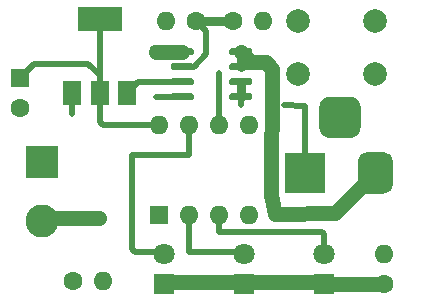
<source format=gbr>
G04 #@! TF.GenerationSoftware,KiCad,Pcbnew,(5.1.12-1-10_14)*
G04 #@! TF.CreationDate,2021-12-19T00:22:50-08:00*
G04 #@! TF.ProjectId,24h-timer-switch,3234682d-7469-46d6-9572-2d7377697463,1*
G04 #@! TF.SameCoordinates,Original*
G04 #@! TF.FileFunction,Copper,L1,Top*
G04 #@! TF.FilePolarity,Positive*
%FSLAX46Y46*%
G04 Gerber Fmt 4.6, Leading zero omitted, Abs format (unit mm)*
G04 Created by KiCad (PCBNEW (5.1.12-1-10_14)) date 2021-12-19 00:22:50*
%MOMM*%
%LPD*%
G01*
G04 APERTURE LIST*
G04 #@! TA.AperFunction,ComponentPad*
%ADD10O,1.600000X1.600000*%
G04 #@! TD*
G04 #@! TA.AperFunction,ComponentPad*
%ADD11C,1.600000*%
G04 #@! TD*
G04 #@! TA.AperFunction,SMDPad,CuDef*
%ADD12R,1.500000X2.000000*%
G04 #@! TD*
G04 #@! TA.AperFunction,SMDPad,CuDef*
%ADD13R,3.800000X2.000000*%
G04 #@! TD*
G04 #@! TA.AperFunction,ComponentPad*
%ADD14C,1.800000*%
G04 #@! TD*
G04 #@! TA.AperFunction,ComponentPad*
%ADD15R,1.800000X1.800000*%
G04 #@! TD*
G04 #@! TA.AperFunction,ComponentPad*
%ADD16C,2.800000*%
G04 #@! TD*
G04 #@! TA.AperFunction,ComponentPad*
%ADD17R,2.800000X2.800000*%
G04 #@! TD*
G04 #@! TA.AperFunction,ComponentPad*
%ADD18R,1.600000X1.600000*%
G04 #@! TD*
G04 #@! TA.AperFunction,ComponentPad*
%ADD19C,2.000000*%
G04 #@! TD*
G04 #@! TA.AperFunction,ComponentPad*
%ADD20R,3.500000X3.500000*%
G04 #@! TD*
G04 #@! TA.AperFunction,ViaPad*
%ADD21C,0.508000*%
G04 #@! TD*
G04 #@! TA.AperFunction,ViaPad*
%ADD22C,1.270000*%
G04 #@! TD*
G04 #@! TA.AperFunction,Conductor*
%ADD23C,0.508000*%
G04 #@! TD*
G04 #@! TA.AperFunction,Conductor*
%ADD24C,1.270000*%
G04 #@! TD*
G04 #@! TA.AperFunction,Conductor*
%ADD25C,0.762000*%
G04 #@! TD*
G04 APERTURE END LIST*
D10*
X139014200Y-71018400D03*
D11*
X136474200Y-71018400D03*
G04 #@! TA.AperFunction,SMDPad,CuDef*
G36*
G01*
X131195400Y-73784600D02*
X131195400Y-73484600D01*
G75*
G02*
X131345400Y-73334600I150000J0D01*
G01*
X132995400Y-73334600D01*
G75*
G02*
X133145400Y-73484600I0J-150000D01*
G01*
X133145400Y-73784600D01*
G75*
G02*
X132995400Y-73934600I-150000J0D01*
G01*
X131345400Y-73934600D01*
G75*
G02*
X131195400Y-73784600I0J150000D01*
G01*
G37*
G04 #@! TD.AperFunction*
G04 #@! TA.AperFunction,SMDPad,CuDef*
G36*
G01*
X131195400Y-75054600D02*
X131195400Y-74754600D01*
G75*
G02*
X131345400Y-74604600I150000J0D01*
G01*
X132995400Y-74604600D01*
G75*
G02*
X133145400Y-74754600I0J-150000D01*
G01*
X133145400Y-75054600D01*
G75*
G02*
X132995400Y-75204600I-150000J0D01*
G01*
X131345400Y-75204600D01*
G75*
G02*
X131195400Y-75054600I0J150000D01*
G01*
G37*
G04 #@! TD.AperFunction*
G04 #@! TA.AperFunction,SMDPad,CuDef*
G36*
G01*
X131195400Y-76324600D02*
X131195400Y-76024600D01*
G75*
G02*
X131345400Y-75874600I150000J0D01*
G01*
X132995400Y-75874600D01*
G75*
G02*
X133145400Y-76024600I0J-150000D01*
G01*
X133145400Y-76324600D01*
G75*
G02*
X132995400Y-76474600I-150000J0D01*
G01*
X131345400Y-76474600D01*
G75*
G02*
X131195400Y-76324600I0J150000D01*
G01*
G37*
G04 #@! TD.AperFunction*
G04 #@! TA.AperFunction,SMDPad,CuDef*
G36*
G01*
X131195400Y-77594600D02*
X131195400Y-77294600D01*
G75*
G02*
X131345400Y-77144600I150000J0D01*
G01*
X132995400Y-77144600D01*
G75*
G02*
X133145400Y-77294600I0J-150000D01*
G01*
X133145400Y-77594600D01*
G75*
G02*
X132995400Y-77744600I-150000J0D01*
G01*
X131345400Y-77744600D01*
G75*
G02*
X131195400Y-77594600I0J150000D01*
G01*
G37*
G04 #@! TD.AperFunction*
G04 #@! TA.AperFunction,SMDPad,CuDef*
G36*
G01*
X136145400Y-77594600D02*
X136145400Y-77294600D01*
G75*
G02*
X136295400Y-77144600I150000J0D01*
G01*
X137945400Y-77144600D01*
G75*
G02*
X138095400Y-77294600I0J-150000D01*
G01*
X138095400Y-77594600D01*
G75*
G02*
X137945400Y-77744600I-150000J0D01*
G01*
X136295400Y-77744600D01*
G75*
G02*
X136145400Y-77594600I0J150000D01*
G01*
G37*
G04 #@! TD.AperFunction*
G04 #@! TA.AperFunction,SMDPad,CuDef*
G36*
G01*
X136145400Y-76324600D02*
X136145400Y-76024600D01*
G75*
G02*
X136295400Y-75874600I150000J0D01*
G01*
X137945400Y-75874600D01*
G75*
G02*
X138095400Y-76024600I0J-150000D01*
G01*
X138095400Y-76324600D01*
G75*
G02*
X137945400Y-76474600I-150000J0D01*
G01*
X136295400Y-76474600D01*
G75*
G02*
X136145400Y-76324600I0J150000D01*
G01*
G37*
G04 #@! TD.AperFunction*
G04 #@! TA.AperFunction,SMDPad,CuDef*
G36*
G01*
X136145400Y-75054600D02*
X136145400Y-74754600D01*
G75*
G02*
X136295400Y-74604600I150000J0D01*
G01*
X137945400Y-74604600D01*
G75*
G02*
X138095400Y-74754600I0J-150000D01*
G01*
X138095400Y-75054600D01*
G75*
G02*
X137945400Y-75204600I-150000J0D01*
G01*
X136295400Y-75204600D01*
G75*
G02*
X136145400Y-75054600I0J150000D01*
G01*
G37*
G04 #@! TD.AperFunction*
G04 #@! TA.AperFunction,SMDPad,CuDef*
G36*
G01*
X136145400Y-73784600D02*
X136145400Y-73484600D01*
G75*
G02*
X136295400Y-73334600I150000J0D01*
G01*
X137945400Y-73334600D01*
G75*
G02*
X138095400Y-73484600I0J-150000D01*
G01*
X138095400Y-73784600D01*
G75*
G02*
X137945400Y-73934600I-150000J0D01*
G01*
X136295400Y-73934600D01*
G75*
G02*
X136145400Y-73784600I0J150000D01*
G01*
G37*
G04 #@! TD.AperFunction*
D12*
X122871200Y-77140200D03*
X127471200Y-77140200D03*
X125171200Y-77140200D03*
D13*
X125171200Y-70840200D03*
D14*
X144170400Y-90779600D03*
D15*
X144170400Y-93319600D03*
D14*
X137388600Y-90779600D03*
D15*
X137388600Y-93319600D03*
D14*
X130581400Y-90779600D03*
D15*
X130581400Y-93319600D03*
D16*
X120269000Y-87981800D03*
D17*
X120269000Y-82981800D03*
D10*
X130810000Y-71018400D03*
D11*
X133350000Y-71018400D03*
X118389400Y-78369800D03*
D18*
X118389400Y-75869800D03*
D10*
X130187700Y-79883000D03*
X137807700Y-87503000D03*
X132727700Y-79883000D03*
X135267700Y-87503000D03*
X135267700Y-79883000D03*
X132727700Y-87503000D03*
X137807700Y-79883000D03*
D18*
X130187700Y-87503000D03*
D19*
X148460600Y-71043800D03*
X148460600Y-75543800D03*
X141960600Y-71043800D03*
X141960600Y-75543800D03*
D10*
X149275800Y-90805000D03*
D11*
X149275800Y-93345000D03*
D10*
X125450600Y-93040200D03*
D11*
X122910600Y-93040200D03*
D20*
X142519400Y-83896200D03*
G04 #@! TA.AperFunction,ComponentPad*
G36*
G01*
X150019400Y-82896200D02*
X150019400Y-84896200D01*
G75*
G02*
X149269400Y-85646200I-750000J0D01*
G01*
X147769400Y-85646200D01*
G75*
G02*
X147019400Y-84896200I0J750000D01*
G01*
X147019400Y-82896200D01*
G75*
G02*
X147769400Y-82146200I750000J0D01*
G01*
X149269400Y-82146200D01*
G75*
G02*
X150019400Y-82896200I0J-750000D01*
G01*
G37*
G04 #@! TD.AperFunction*
G04 #@! TA.AperFunction,ComponentPad*
G36*
G01*
X147269400Y-78321200D02*
X147269400Y-80071200D01*
G75*
G02*
X146394400Y-80946200I-875000J0D01*
G01*
X144644400Y-80946200D01*
G75*
G02*
X143769400Y-80071200I0J875000D01*
G01*
X143769400Y-78321200D01*
G75*
G02*
X144644400Y-77446200I875000J0D01*
G01*
X146394400Y-77446200D01*
G75*
G02*
X147269400Y-78321200I0J-875000D01*
G01*
G37*
G04 #@! TD.AperFunction*
D21*
X129921000Y-77444600D03*
X122859800Y-78917800D03*
D22*
X129971800Y-73634600D03*
X125107700Y-87744300D03*
D21*
X137134600Y-78181200D03*
X140792200Y-78181200D03*
X135267700Y-75476100D03*
D23*
X132170400Y-77444600D02*
X129921000Y-77444600D01*
X122871200Y-78906400D02*
X122859800Y-78917800D01*
X122871200Y-77140200D02*
X122871200Y-78906400D01*
D24*
X132170400Y-73634600D02*
X129971800Y-73634600D01*
D23*
X130187700Y-79883000D02*
X125450600Y-79883000D01*
X125171200Y-79603600D02*
X125171200Y-77140200D01*
X125450600Y-79883000D02*
X125171200Y-79603600D01*
X118389400Y-75869800D02*
X119608600Y-74650600D01*
X125171200Y-75632200D02*
X125171200Y-77140200D01*
X124189600Y-74650600D02*
X125171200Y-75632200D01*
X119608600Y-74650600D02*
X124189600Y-74650600D01*
X125171200Y-70840200D02*
X125171200Y-75632200D01*
X128130300Y-90576400D02*
X130606800Y-90576400D01*
X127876300Y-90322400D02*
X128130300Y-90576400D01*
X132765800Y-79705200D02*
X132765800Y-82410300D01*
X127876300Y-82410300D02*
X127876300Y-90322400D01*
X132765800Y-82410300D02*
X127876300Y-82410300D01*
X132740400Y-79705200D02*
X132765800Y-79705200D01*
D24*
X130606800Y-93116400D02*
X144195800Y-93116400D01*
X144195800Y-93345000D02*
X144170400Y-93319600D01*
X149275800Y-93345000D02*
X144195800Y-93345000D01*
X120328700Y-87744300D02*
X120294400Y-87778600D01*
X125107700Y-87744300D02*
X120328700Y-87744300D01*
D25*
X137120400Y-76174600D02*
X137120400Y-77444600D01*
D23*
X142519400Y-83896200D02*
X142113000Y-83489800D01*
X137120400Y-78167000D02*
X137134600Y-78181200D01*
X137120400Y-77444600D02*
X137120400Y-78167000D01*
X142544800Y-78206600D02*
X142519400Y-83896200D01*
X140792200Y-78181200D02*
X142544800Y-78206600D01*
X128436800Y-76174600D02*
X127471200Y-77140200D01*
X132170400Y-76174600D02*
X128436800Y-76174600D01*
X135267700Y-79883000D02*
X135267700Y-75476100D01*
X144145000Y-90525600D02*
X144195800Y-90576400D01*
X144145000Y-89052400D02*
X144145000Y-90525600D01*
X143979900Y-88887300D02*
X144145000Y-89052400D01*
X135280400Y-88887300D02*
X143979900Y-88887300D01*
X135280400Y-87325200D02*
X135280400Y-88887300D01*
X132765800Y-90576400D02*
X137337800Y-90576400D01*
X132740400Y-90551000D02*
X132765800Y-90576400D01*
X132740400Y-87325200D02*
X132740400Y-90551000D01*
D25*
X133350000Y-71018400D02*
X136448800Y-71018400D01*
D23*
X133350000Y-71018400D02*
X134188200Y-71856600D01*
X134188200Y-73861800D02*
X133145400Y-74904600D01*
X133145400Y-74904600D02*
X132170400Y-74904600D01*
X134188200Y-71856600D02*
X134188200Y-73861800D01*
D25*
X137120400Y-73634600D02*
X137120400Y-74904600D01*
D24*
X145090400Y-87325200D02*
X148519400Y-83896200D01*
X140004800Y-87350600D02*
X145090400Y-87325200D01*
X139657928Y-85799768D02*
X140004800Y-87350600D01*
X139725400Y-75107800D02*
X139657928Y-85799768D01*
X139217400Y-74472800D02*
X139725400Y-75107800D01*
X137958600Y-74472800D02*
X139217400Y-74472800D01*
X137120400Y-73634600D02*
X137958600Y-74472800D01*
M02*

</source>
